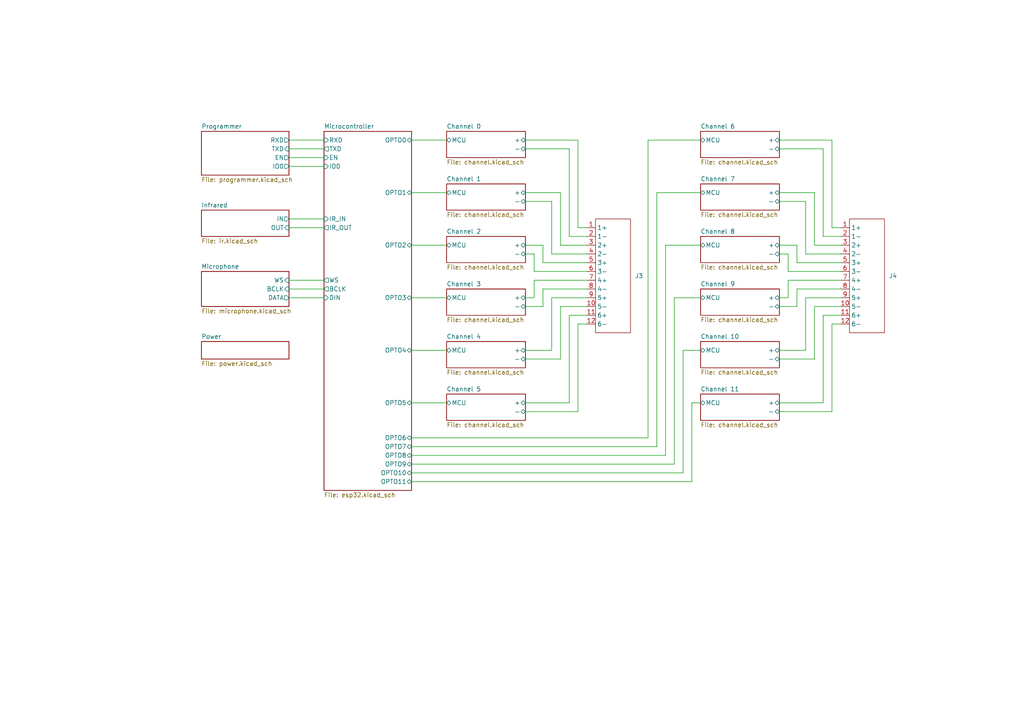
<source format=kicad_sch>
(kicad_sch (version 20230121) (generator eeschema)
  (paper "A4")
  (lib_symbols
    (symbol "zandmd:OSTVN12A150"
      (property "Reference" "J" (at 0 0 0))
      (symbol "OSTVN12A150_0_1"
        (rectangle (start 2.54 33.02) (end 12.7 0))
      )
      (symbol "OSTVN12A150_1_1"
        (pin unspecified line (at 0 30.48 0) (length 2.54) (name "P1") (number "1") (alternate "1+" passive line))
        (pin unspecified line (at 0 7.62 0) (length 2.54) (name "P10") (number "10") (alternate "5-" passive line))
        (pin unspecified line (at 0 5.08 0) (length 2.54) (name "P11") (number "11") (alternate "6+" passive line))
        (pin unspecified line (at 0 2.54 0) (length 2.54) (name "P12") (number "12") (alternate "6-" passive line))
        (pin unspecified line (at 0 27.94 0) (length 2.54) (name "P2") (number "2") (alternate "1-" passive line))
        (pin unspecified line (at 0 25.4 0) (length 2.54) (name "P3") (number "3") (alternate "2+" passive line))
        (pin unspecified line (at 0 22.86 0) (length 2.54) (name "P4") (number "4") (alternate "2-" passive line))
        (pin unspecified line (at 0 20.32 0) (length 2.54) (name "P5") (number "5") (alternate "3+" passive line))
        (pin unspecified line (at 0 17.78 0) (length 2.54) (name "P6") (number "6") (alternate "3-" passive line))
        (pin unspecified line (at 0 15.24 0) (length 2.54) (name "P7") (number "7") (alternate "4+" passive line))
        (pin unspecified line (at 0 12.7 0) (length 2.54) (name "P8") (number "8") (alternate "4-" passive line))
        (pin unspecified line (at 0 10.16 0) (length 2.54) (name "P9") (number "9") (alternate "5+" passive line))
      )
    )
  )
  (wire (pts (xy 226.06 71.12) (xy 231.14 71.12)))
  (wire (pts (xy 226.06 43.18) (xy 238.76 43.18)))
  (wire (pts (xy 152.4 88.9) (xy 157.48 88.9)))
  (wire (pts (xy 157.48 88.9) (xy 157.48 83.82)))
  (wire (pts (xy 233.68 58.42) (xy 233.68 73.66)))
  (wire (pts (xy 162.56 88.9) (xy 170.18 88.9)))
  (wire (pts (xy 152.4 58.42) (xy 160.02 58.42)))
  (wire (pts (xy 83.82 63.5) (xy 93.98 63.5)))
  (wire (pts (xy 152.4 119.38) (xy 167.64 119.38)))
  (wire (pts (xy 160.02 58.42) (xy 160.02 73.66)))
  (wire (pts (xy 228.6 73.66) (xy 228.6 78.74)))
  (wire (pts (xy 190.5 55.88) (xy 190.5 129.54)))
  (wire (pts (xy 83.82 45.72) (xy 93.98 45.72)))
  (wire (pts (xy 119.38 139.7) (xy 200.66 139.7)))
  (wire (pts (xy 226.06 116.84) (xy 238.76 116.84)))
  (wire (pts (xy 160.02 101.6) (xy 160.02 86.36)))
  (wire (pts (xy 119.38 71.12) (xy 129.54 71.12)))
  (wire (pts (xy 119.38 127) (xy 187.96 127)))
  (wire (pts (xy 203.2 55.88) (xy 190.5 55.88)))
  (wire (pts (xy 157.48 83.82) (xy 170.18 83.82)))
  (wire (pts (xy 152.4 73.66) (xy 154.94 73.66)))
  (wire (pts (xy 226.06 40.64) (xy 241.3 40.64)))
  (wire (pts (xy 203.2 116.84) (xy 200.66 116.84)))
  (wire (pts (xy 83.82 83.82) (xy 93.98 83.82)))
  (wire (pts (xy 83.82 40.64) (xy 93.98 40.64)))
  (wire (pts (xy 154.94 73.66) (xy 154.94 78.74)))
  (wire (pts (xy 193.04 71.12) (xy 193.04 132.08)))
  (wire (pts (xy 152.4 40.64) (xy 167.64 40.64)))
  (wire (pts (xy 152.4 116.84) (xy 165.1 116.84)))
  (wire (pts (xy 162.56 55.88) (xy 162.56 71.12)))
  (wire (pts (xy 83.82 86.36) (xy 93.98 86.36)))
  (wire (pts (xy 241.3 93.98) (xy 243.84 93.98)))
  (wire (pts (xy 154.94 86.36) (xy 154.94 81.28)))
  (wire (pts (xy 236.22 88.9) (xy 243.84 88.9)))
  (wire (pts (xy 167.64 119.38) (xy 167.64 93.98)))
  (wire (pts (xy 160.02 86.36) (xy 170.18 86.36)))
  (wire (pts (xy 226.06 119.38) (xy 241.3 119.38)))
  (wire (pts (xy 152.4 71.12) (xy 157.48 71.12)))
  (wire (pts (xy 119.38 101.6) (xy 129.54 101.6)))
  (wire (pts (xy 226.06 86.36) (xy 228.6 86.36)))
  (wire (pts (xy 119.38 86.36) (xy 129.54 86.36)))
  (wire (pts (xy 241.3 119.38) (xy 241.3 93.98)))
  (wire (pts (xy 228.6 78.74) (xy 243.84 78.74)))
  (wire (pts (xy 236.22 71.12) (xy 243.84 71.12)))
  (wire (pts (xy 203.2 86.36) (xy 195.58 86.36)))
  (wire (pts (xy 231.14 71.12) (xy 231.14 76.2)))
  (wire (pts (xy 228.6 81.28) (xy 243.84 81.28)))
  (wire (pts (xy 238.76 91.44) (xy 243.84 91.44)))
  (wire (pts (xy 198.12 101.6) (xy 198.12 137.16)))
  (wire (pts (xy 83.82 81.28) (xy 93.98 81.28)))
  (wire (pts (xy 167.64 93.98) (xy 170.18 93.98)))
  (wire (pts (xy 152.4 86.36) (xy 154.94 86.36)))
  (wire (pts (xy 119.38 137.16) (xy 198.12 137.16)))
  (wire (pts (xy 160.02 73.66) (xy 170.18 73.66)))
  (wire (pts (xy 152.4 104.14) (xy 162.56 104.14)))
  (wire (pts (xy 119.38 116.84) (xy 129.54 116.84)))
  (wire (pts (xy 241.3 66.04) (xy 243.84 66.04)))
  (wire (pts (xy 226.06 101.6) (xy 233.68 101.6)))
  (wire (pts (xy 195.58 86.36) (xy 195.58 134.62)))
  (wire (pts (xy 231.14 76.2) (xy 243.84 76.2)))
  (wire (pts (xy 241.3 40.64) (xy 241.3 66.04)))
  (wire (pts (xy 231.14 83.82) (xy 243.84 83.82)))
  (wire (pts (xy 83.82 66.04) (xy 93.98 66.04)))
  (wire (pts (xy 233.68 101.6) (xy 233.68 86.36)))
  (wire (pts (xy 238.76 43.18) (xy 238.76 68.58)))
  (wire (pts (xy 154.94 78.74) (xy 170.18 78.74)))
  (wire (pts (xy 152.4 43.18) (xy 165.1 43.18)))
  (wire (pts (xy 119.38 55.88) (xy 129.54 55.88)))
  (wire (pts (xy 226.06 58.42) (xy 233.68 58.42)))
  (wire (pts (xy 152.4 55.88) (xy 162.56 55.88)))
  (wire (pts (xy 165.1 91.44) (xy 170.18 91.44)))
  (wire (pts (xy 236.22 104.14) (xy 236.22 88.9)))
  (wire (pts (xy 233.68 86.36) (xy 243.84 86.36)))
  (wire (pts (xy 162.56 104.14) (xy 162.56 88.9)))
  (wire (pts (xy 226.06 104.14) (xy 236.22 104.14)))
  (wire (pts (xy 226.06 88.9) (xy 231.14 88.9)))
  (wire (pts (xy 165.1 116.84) (xy 165.1 91.44)))
  (wire (pts (xy 165.1 43.18) (xy 165.1 68.58)))
  (wire (pts (xy 187.96 40.64) (xy 187.96 127)))
  (wire (pts (xy 165.1 68.58) (xy 170.18 68.58)))
  (wire (pts (xy 236.22 55.88) (xy 236.22 71.12)))
  (wire (pts (xy 203.2 40.64) (xy 187.96 40.64)))
  (wire (pts (xy 154.94 81.28) (xy 170.18 81.28)))
  (wire (pts (xy 231.14 88.9) (xy 231.14 83.82)))
  (wire (pts (xy 119.38 40.64) (xy 129.54 40.64)))
  (wire (pts (xy 83.82 43.18) (xy 93.98 43.18)))
  (wire (pts (xy 157.48 71.12) (xy 157.48 76.2)))
  (wire (pts (xy 226.06 73.66) (xy 228.6 73.66)))
  (wire (pts (xy 157.48 76.2) (xy 170.18 76.2)))
  (wire (pts (xy 200.66 116.84) (xy 200.66 139.7)))
  (wire (pts (xy 162.56 71.12) (xy 170.18 71.12)))
  (wire (pts (xy 83.82 48.26) (xy 93.98 48.26)))
  (wire (pts (xy 226.06 55.88) (xy 236.22 55.88)))
  (wire (pts (xy 203.2 101.6) (xy 198.12 101.6)))
  (wire (pts (xy 203.2 71.12) (xy 193.04 71.12)))
  (wire (pts (xy 228.6 86.36) (xy 228.6 81.28)))
  (wire (pts (xy 238.76 68.58) (xy 243.84 68.58)))
  (wire (pts (xy 152.4 101.6) (xy 160.02 101.6)))
  (wire (pts (xy 167.64 66.04) (xy 170.18 66.04)))
  (wire (pts (xy 167.64 40.64) (xy 167.64 66.04)))
  (wire (pts (xy 119.38 134.62) (xy 195.58 134.62)))
  (wire (pts (xy 119.38 129.54) (xy 190.5 129.54)))
  (wire (pts (xy 119.38 132.08) (xy 193.04 132.08)))
  (wire (pts (xy 233.68 73.66) (xy 243.84 73.66)))
  (wire (pts (xy 238.76 116.84) (xy 238.76 91.44)))
  (symbol (lib_id "zandmd:OSTVN12A150") (at 243.84 96.52 0) (unit 1)
    (property "Reference" "J4" (at 257.81 80.01 0) (effects (justify left)))
    (property "Value" "OSTVN12A150" (effects hide))
    (property "Footprint" "zandmd:OSTVN12A150" (effects hide))
    (property "Datasheet" "https://mm.digikey.com/Volume0/opasdata/d220001/medias/docus/1123/OSTVNXXA150.pdf" (effects hide))
    (property "Sim.Enable" "0" (effects hide))
    (pin "1" (alternate "1+"))
    (pin "10" (alternate "5-"))
    (pin "11" (alternate "6+"))
    (pin "12" (alternate "6-"))
    (pin "2" (alternate "1-"))
    (pin "3" (alternate "2+"))
    (pin "4" (alternate "2-"))
    (pin "5" (alternate "3+"))
    (pin "6" (alternate "3-"))
    (pin "7" (alternate "4+"))
    (pin "8" (alternate "4-"))
    (pin "9" (alternate "5+"))
  )
  (symbol (lib_id "zandmd:OSTVN12A150") (at 170.18 96.52 0) (unit 1)
    (property "Reference" "J3" (at 184.15 80.01 0) (effects (justify left)))
    (property "Value" "OSTVN12A150" (effects hide))
    (property "Footprint" "zandmd:OSTVN12A150" (effects hide))
    (property "Datasheet" "https://mm.digikey.com/Volume0/opasdata/d220001/medias/docus/1123/OSTVNXXA150.pdf" (effects hide))
    (property "Sim.Enable" "0" (effects hide))
    (pin "1" (alternate "1+"))
    (pin "10" (alternate "5-"))
    (pin "11" (alternate "6+"))
    (pin "12" (alternate "6-"))
    (pin "2" (alternate "1-"))
    (pin "3" (alternate "2+"))
    (pin "4" (alternate "2-"))
    (pin "5" (alternate "3+"))
    (pin "6" (alternate "3-"))
    (pin "7" (alternate "4+"))
    (pin "8" (alternate "4-"))
    (pin "9" (alternate "5+"))
  )
  (sheet (at 129.54 83.82) (size 22.86 7.62) (stroke (width 0.1524))
    (property "Sheetname" "Channel 3" (at 129.54 83.1084 0) (effects (justify left bottom)))
    (property "Sheetfile" "channel.kicad_sch" (at 129.54 92.0246 0) (effects (justify left top)))
    (pin "MCU" bidirectional (at 129.54 86.36 180))
    (pin "-" bidirectional (at 152.4 88.9 0))
    (pin "+" bidirectional (at 152.4 86.36 0))
  )
  (sheet (at 129.54 114.3) (size 22.86 7.62) (stroke (width 0.1524))
    (property "Sheetname" "Channel 5" (at 129.54 113.5884 0) (effects (justify left bottom)))
    (property "Sheetfile" "channel.kicad_sch" (at 129.54 122.5046 0) (effects (justify left top)))
    (pin "MCU" bidirectional (at 129.54 116.84 180))
    (pin "-" bidirectional (at 152.4 119.38 0))
    (pin "+" bidirectional (at 152.4 116.84 0))
  )
  (sheet (at 203.2 83.82) (size 22.86 7.62) (stroke (width 0.1524))
    (property "Sheetname" "Channel 9" (at 203.2 83.1084 0) (effects (justify left bottom)))
    (property "Sheetfile" "channel.kicad_sch" (at 203.2 92.0246 0) (effects (justify left top)))
    (pin "MCU" bidirectional (at 203.2 86.36 180))
    (pin "-" bidirectional (at 226.06 88.9 0))
    (pin "+" bidirectional (at 226.06 86.36 0))
  )
  (sheet (at 203.2 68.58) (size 22.86 7.62) (stroke (width 0.1524))
    (property "Sheetname" "Channel 8" (at 203.2 67.8684 0) (effects (justify left bottom)))
    (property "Sheetfile" "channel.kicad_sch" (at 203.2 76.7846 0) (effects (justify left top)))
    (pin "MCU" bidirectional (at 203.2 71.12 180))
    (pin "-" bidirectional (at 226.06 73.66 0))
    (pin "+" bidirectional (at 226.06 71.12 0))
  )
  (sheet (at 203.2 38.1) (size 22.86 7.62) (stroke (width 0.1524))
    (property "Sheetname" "Channel 6" (at 203.2 37.3884 0) (effects (justify left bottom)))
    (property "Sheetfile" "channel.kicad_sch" (at 203.2 46.3046 0) (effects (justify left top)))
    (pin "MCU" bidirectional (at 203.2 40.64 180))
    (pin "-" bidirectional (at 226.06 43.18 0))
    (pin "+" bidirectional (at 226.06 40.64 0))
  )
  (sheet (at 58.42 78.74) (size 25.4 10.16) (stroke (width 0.1524))
    (property "Sheetname" "Microphone" (at 58.42 78.0284 0) (effects (justify left bottom)))
    (property "Sheetfile" "microphone.kicad_sch" (at 58.42 89.4846 0) (effects (justify left top)))
    (pin "DATA" output (at 83.82 86.36 0))
    (pin "WS" input (at 83.82 81.28 0))
    (pin "BCLK" input (at 83.82 83.82 0))
  )
  (sheet (at 129.54 68.58) (size 22.86 7.62) (stroke (width 0.1524))
    (property "Sheetname" "Channel 2" (at 129.54 67.8684 0) (effects (justify left bottom)))
    (property "Sheetfile" "channel.kicad_sch" (at 129.54 76.7846 0) (effects (justify left top)))
    (pin "MCU" bidirectional (at 129.54 71.12 180))
    (pin "-" bidirectional (at 152.4 73.66 0))
    (pin "+" bidirectional (at 152.4 71.12 0))
  )
  (sheet (at 58.42 60.96) (size 25.4 7.62) (stroke (width 0.1524))
    (property "Sheetname" "Infrared" (at 58.42 60.2484 0) (effects (justify left bottom)))
    (property "Sheetfile" "ir.kicad_sch" (at 58.42 69.1646 0) (effects (justify left top)))
    (pin "OUT" input (at 83.82 66.04 0))
    (pin "IN" output (at 83.82 63.5 0))
  )
  (sheet (at 58.42 38.1) (size 25.4 12.7) (stroke (width 0.1524))
    (property "Sheetname" "Programmer" (at 58.42 37.3884 0) (effects (justify left bottom)))
    (property "Sheetfile" "programmer.kicad_sch" (at 58.42 51.3846 0) (effects (justify left top)))
    (pin "RXD" output (at 83.82 40.64 0))
    (pin "TXD" input (at 83.82 43.18 0))
    (pin "IO0" output (at 83.82 48.26 0))
    (pin "EN" output (at 83.82 45.72 0))
  )
  (sheet (at 203.2 53.34) (size 22.86 7.62) (stroke (width 0.1524))
    (property "Sheetname" "Channel 7" (at 203.2 52.6284 0) (effects (justify left bottom)))
    (property "Sheetfile" "channel.kicad_sch" (at 203.2 61.5446 0) (effects (justify left top)))
    (pin "MCU" bidirectional (at 203.2 55.88 180))
    (pin "-" bidirectional (at 226.06 58.42 0))
    (pin "+" bidirectional (at 226.06 55.88 0))
  )
  (sheet (at 129.54 99.06) (size 22.86 7.62) (stroke (width 0.1524))
    (property "Sheetname" "Channel 4" (at 129.54 98.3484 0) (effects (justify left bottom)))
    (property "Sheetfile" "channel.kicad_sch" (at 129.54 107.2646 0) (effects (justify left top)))
    (pin "MCU" bidirectional (at 129.54 101.6 180))
    (pin "-" bidirectional (at 152.4 104.14 0))
    (pin "+" bidirectional (at 152.4 101.6 0))
  )
  (sheet (at 129.54 38.1) (size 22.86 7.62) (stroke (width 0.1524))
    (property "Sheetname" "Channel 0" (at 129.54 37.3884 0) (effects (justify left bottom)))
    (property "Sheetfile" "channel.kicad_sch" (at 129.54 46.3046 0) (effects (justify left top)))
    (pin "MCU" bidirectional (at 129.54 40.64 180))
    (pin "-" bidirectional (at 152.4 43.18 0))
    (pin "+" bidirectional (at 152.4 40.64 0))
  )
  (sheet (at 93.98 38.1) (size 25.4 104.14) (stroke (width 0.1524))
    (property "Sheetname" "Microcontroller" (at 93.98 37.3884 0) (effects (justify left bottom)))
    (property "Sheetfile" "esp32.kicad_sch" (at 93.98 142.8246 0) (effects (justify left top)))
    (pin "EN" input (at 93.98 45.72 180))
    (pin "IR_IN" input (at 93.98 63.5 180))
    (pin "IR_OUT" output (at 93.98 66.04 180))
    (pin "OPTO0" bidirectional (at 119.38 40.64 0))
    (pin "OPTO1" bidirectional (at 119.38 55.88 0))
    (pin "OPTO2" bidirectional (at 119.38 71.12 0))
    (pin "OPTO3" bidirectional (at 119.38 86.36 0))
    (pin "OPTO4" bidirectional (at 119.38 101.6 0))
    (pin "OPTO5" bidirectional (at 119.38 116.84 0))
    (pin "OPTO6" bidirectional (at 119.38 127 0))
    (pin "OPTO7" bidirectional (at 119.38 129.54 0))
    (pin "OPTO8" bidirectional (at 119.38 132.08 0))
    (pin "OPTO9" bidirectional (at 119.38 134.62 0))
    (pin "OPTO10" bidirectional (at 119.38 137.16 0))
    (pin "OPTO11" bidirectional (at 119.38 139.7 0))
    (pin "WS" output (at 93.98 81.28 180))
    (pin "BCLK" output (at 93.98 83.82 180))
    (pin "DIN" input (at 93.98 86.36 180))
    (pin "IO0" input (at 93.98 48.26 180))
    (pin "RXD" input (at 93.98 40.64 180))
    (pin "TXD" output (at 93.98 43.18 180))
  )
  (sheet (at 203.2 99.06) (size 22.86 7.62) (stroke (width 0.1524))
    (property "Sheetname" "Channel 10" (at 203.2 98.3484 0) (effects (justify left bottom)))
    (property "Sheetfile" "channel.kicad_sch" (at 203.2 107.2646 0) (effects (justify left top)))
    (pin "MCU" bidirectional (at 203.2 101.6 180))
    (pin "-" bidirectional (at 226.06 104.14 0))
    (pin "+" bidirectional (at 226.06 101.6 0))
  )
  (sheet (at 203.2 114.3) (size 22.86 7.62) (stroke (width 0.1524))
    (property "Sheetname" "Channel 11" (at 203.2 113.5884 0) (effects (justify left bottom)))
    (property "Sheetfile" "channel.kicad_sch" (at 203.2 122.5046 0) (effects (justify left top)))
    (pin "MCU" bidirectional (at 203.2 116.84 180))
    (pin "-" bidirectional (at 226.06 119.38 0))
    (pin "+" bidirectional (at 226.06 116.84 0))
  )
  (sheet (at 129.54 53.34) (size 22.86 7.62) (stroke (width 0.1524))
    (property "Sheetname" "Channel 1" (at 129.54 52.6284 0) (effects (justify left bottom)))
    (property "Sheetfile" "channel.kicad_sch" (at 129.54 61.5446 0) (effects (justify left top)))
    (pin "MCU" bidirectional (at 129.54 55.88 180))
    (pin "-" bidirectional (at 152.4 58.42 0))
    (pin "+" bidirectional (at 152.4 55.88 0))
  )
  (sheet (at 58.42 99.06) (size 25.4 5.08) (stroke (width 0.1524))
    (property "Sheetname" "Power" (at 58.42 98.3484 0) (effects (justify left bottom)))
    (property "Sheetfile" "power.kicad_sch" (at 58.42 104.7246 0) (effects (justify left top)))
  )
)
</source>
